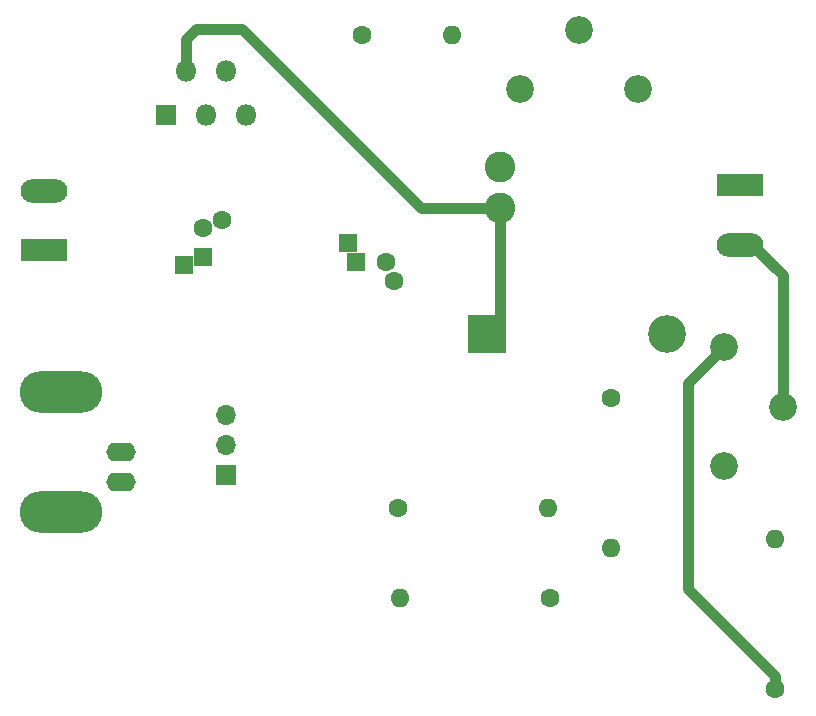
<source format=gbr>
G04 #@! TF.GenerationSoftware,KiCad,Pcbnew,5.0.2-bee76a0~70~ubuntu18.04.1*
G04 #@! TF.CreationDate,2019-05-08T10:40:33+01:00*
G04 #@! TF.ProjectId,lm2596_cc_vc,6c6d3235-3936-45f6-9363-5f76632e6b69,rev?*
G04 #@! TF.SameCoordinates,Original*
G04 #@! TF.FileFunction,Copper,L2,Bot*
G04 #@! TF.FilePolarity,Positive*
%FSLAX46Y46*%
G04 Gerber Fmt 4.6, Leading zero omitted, Abs format (unit mm)*
G04 Created by KiCad (PCBNEW 5.0.2-bee76a0~70~ubuntu18.04.1) date Wed 08 May 2019 10:40:33 BST*
%MOMM*%
%LPD*%
G01*
G04 APERTURE LIST*
G04 #@! TA.AperFunction,ComponentPad*
%ADD10C,1.600000*%
G04 #@! TD*
G04 #@! TA.AperFunction,ComponentPad*
%ADD11R,1.600000X1.600000*%
G04 #@! TD*
G04 #@! TA.AperFunction,ComponentPad*
%ADD12R,3.200000X3.200000*%
G04 #@! TD*
G04 #@! TA.AperFunction,ComponentPad*
%ADD13O,3.200000X3.200000*%
G04 #@! TD*
G04 #@! TA.AperFunction,ComponentPad*
%ADD14O,7.000000X3.500000*%
G04 #@! TD*
G04 #@! TA.AperFunction,ComponentPad*
%ADD15O,2.500000X1.600000*%
G04 #@! TD*
G04 #@! TA.AperFunction,ComponentPad*
%ADD16R,1.700000X1.700000*%
G04 #@! TD*
G04 #@! TA.AperFunction,ComponentPad*
%ADD17O,1.700000X1.700000*%
G04 #@! TD*
G04 #@! TA.AperFunction,ComponentPad*
%ADD18C,2.600000*%
G04 #@! TD*
G04 #@! TA.AperFunction,ComponentPad*
%ADD19O,1.600000X1.600000*%
G04 #@! TD*
G04 #@! TA.AperFunction,ComponentPad*
%ADD20C,2.340000*%
G04 #@! TD*
G04 #@! TA.AperFunction,ComponentPad*
%ADD21O,1.800000X1.800000*%
G04 #@! TD*
G04 #@! TA.AperFunction,ComponentPad*
%ADD22R,1.800000X1.800000*%
G04 #@! TD*
G04 #@! TA.AperFunction,ComponentPad*
%ADD23R,3.960000X1.980000*%
G04 #@! TD*
G04 #@! TA.AperFunction,ComponentPad*
%ADD24O,3.960000X1.980000*%
G04 #@! TD*
G04 #@! TA.AperFunction,Conductor*
%ADD25C,0.950000*%
G04 #@! TD*
G04 APERTURE END LIST*
D10*
G04 #@! TO.P,C2,2*
G04 #@! TO.N,GND*
X66370000Y-86364063D03*
D11*
G04 #@! TO.P,C2,1*
G04 #@! TO.N,+24V*
X63170000Y-90205937D03*
D10*
G04 #@! TO.P,C2,2*
G04 #@! TO.N,GND*
X64770000Y-87035000D03*
D11*
G04 #@! TO.P,C2,1*
G04 #@! TO.N,+24V*
X64770000Y-89535000D03*
G04 #@! TD*
G04 #@! TO.P,C4,1*
G04 #@! TO.N,Net-(C4-Pad1)*
X77724000Y-89916000D03*
D10*
G04 #@! TO.P,C4,2*
G04 #@! TO.N,GND*
X80224000Y-89916000D03*
D11*
G04 #@! TO.P,C4,1*
G04 #@! TO.N,Net-(C4-Pad1)*
X77053063Y-88316000D03*
D10*
G04 #@! TO.P,C4,2*
G04 #@! TO.N,GND*
X80894937Y-91516000D03*
G04 #@! TD*
D12*
G04 #@! TO.P,D2,1*
G04 #@! TO.N,Net-(D2-Pad1)*
X88773000Y-96012000D03*
D13*
G04 #@! TO.P,D2,2*
G04 #@! TO.N,GND*
X104013000Y-96012000D03*
G04 #@! TD*
D14*
G04 #@! TO.P,J2,2*
G04 #@! TO.N,GND*
X52705000Y-111125000D03*
X52705000Y-100965000D03*
D15*
G04 #@! TO.P,J2,1*
G04 #@! TO.N,Net-(J2-Pad1)*
X57785000Y-106045000D03*
G04 #@! TO.P,J2,2*
G04 #@! TO.N,GND*
X57785000Y-108585000D03*
G04 #@! TD*
D16*
G04 #@! TO.P,J3,1*
G04 #@! TO.N,Net-(J2-Pad1)*
X66675000Y-107950000D03*
D17*
G04 #@! TO.P,J3,2*
G04 #@! TO.N,Net-(J3-Pad2)*
X66675000Y-105410000D03*
G04 #@! TO.P,J3,3*
G04 #@! TO.N,GND*
X66675000Y-102870000D03*
G04 #@! TD*
D18*
G04 #@! TO.P,L2,1*
G04 #@! TO.N,Net-(D2-Pad1)*
X89916000Y-85344000D03*
G04 #@! TO.P,L2,2*
G04 #@! TO.N,Net-(C4-Pad1)*
X89916000Y-81844000D03*
G04 #@! TD*
D10*
G04 #@! TO.P,R4,1*
G04 #@! TO.N,Net-(R4-Pad1)*
X78232000Y-70739000D03*
D19*
G04 #@! TO.P,R4,2*
G04 #@! TO.N,GND*
X85852000Y-70739000D03*
G04 #@! TD*
D20*
G04 #@! TO.P,RV1,1*
G04 #@! TO.N,Net-(R3-Pad1)*
X108839000Y-97155000D03*
G04 #@! TO.P,RV1,2*
G04 #@! TO.N,Net-(J4-Pad2)*
X113839000Y-102155000D03*
G04 #@! TO.P,RV1,3*
G04 #@! TO.N,N/C*
X108839000Y-107155000D03*
G04 #@! TD*
G04 #@! TO.P,RV2,3*
G04 #@! TO.N,Net-(R4-Pad1)*
X101567000Y-75311000D03*
G04 #@! TO.P,RV2,2*
X96567000Y-70311000D03*
G04 #@! TO.P,RV2,1*
G04 #@! TO.N,Net-(C4-Pad1)*
X91567000Y-75311000D03*
G04 #@! TD*
D21*
G04 #@! TO.P,U2,5*
G04 #@! TO.N,Net-(J3-Pad2)*
X68395000Y-77470000D03*
G04 #@! TO.P,U2,4*
G04 #@! TO.N,Net-(R4-Pad1)*
X66695000Y-73770000D03*
G04 #@! TO.P,U2,3*
G04 #@! TO.N,GND*
X64995000Y-77470000D03*
G04 #@! TO.P,U2,2*
G04 #@! TO.N,Net-(D2-Pad1)*
X63295000Y-73770000D03*
D22*
G04 #@! TO.P,U2,1*
G04 #@! TO.N,+24V*
X61595000Y-77470000D03*
G04 #@! TD*
D23*
G04 #@! TO.P,J1,1*
G04 #@! TO.N,+24V*
X51308000Y-88900000D03*
D24*
G04 #@! TO.P,J1,2*
G04 #@! TO.N,GND*
X51308000Y-83900000D03*
G04 #@! TD*
G04 #@! TO.P,J4,2*
G04 #@! TO.N,Net-(J4-Pad2)*
X110236000Y-88439000D03*
D23*
G04 #@! TO.P,J4,1*
G04 #@! TO.N,GND*
X110236000Y-83439000D03*
G04 #@! TD*
D19*
G04 #@! TO.P,R1,2*
G04 #@! TO.N,Net-(C4-Pad1)*
X93980000Y-110744000D03*
D10*
G04 #@! TO.P,R1,1*
G04 #@! TO.N,Net-(Q1-Pad4)*
X81280000Y-110744000D03*
G04 #@! TD*
G04 #@! TO.P,R2,1*
G04 #@! TO.N,GND*
X94107000Y-118364000D03*
D19*
G04 #@! TO.P,R2,2*
G04 #@! TO.N,Net-(J2-Pad1)*
X81407000Y-118364000D03*
G04 #@! TD*
G04 #@! TO.P,R3,2*
G04 #@! TO.N,Net-(Q1-Pad5)*
X113157000Y-113411000D03*
D10*
G04 #@! TO.P,R3,1*
G04 #@! TO.N,Net-(R3-Pad1)*
X113157000Y-126111000D03*
G04 #@! TD*
G04 #@! TO.P,R5,1*
G04 #@! TO.N,Net-(Q1-Pad5)*
X99314000Y-101473000D03*
D19*
G04 #@! TO.P,R5,2*
G04 #@! TO.N,GND*
X99314000Y-114173000D03*
G04 #@! TD*
D25*
G04 #@! TO.N,Net-(D2-Pad1)*
X64135000Y-70231000D02*
X63295000Y-71071000D01*
X68072000Y-70231000D02*
X64135000Y-70231000D01*
X63295000Y-71071000D02*
X63295000Y-73770000D01*
X89916000Y-85344000D02*
X83185000Y-85344000D01*
X83185000Y-85344000D02*
X68072000Y-70231000D01*
X89916000Y-94869000D02*
X88773000Y-96012000D01*
X89916000Y-85344000D02*
X89916000Y-94869000D01*
G04 #@! TO.N,Net-(J4-Pad2)*
X111226000Y-88439000D02*
X110236000Y-88439000D01*
X113839000Y-91052000D02*
X111226000Y-88439000D01*
X113839000Y-102155000D02*
X113839000Y-91052000D01*
G04 #@! TO.N,Net-(R3-Pad1)*
X113157000Y-124979630D02*
X105791000Y-117613630D01*
X113157000Y-126111000D02*
X113157000Y-124979630D01*
X105791000Y-100203000D02*
X108839000Y-97155000D01*
X105791000Y-117613630D02*
X105791000Y-100203000D01*
G04 #@! TD*
M02*

</source>
